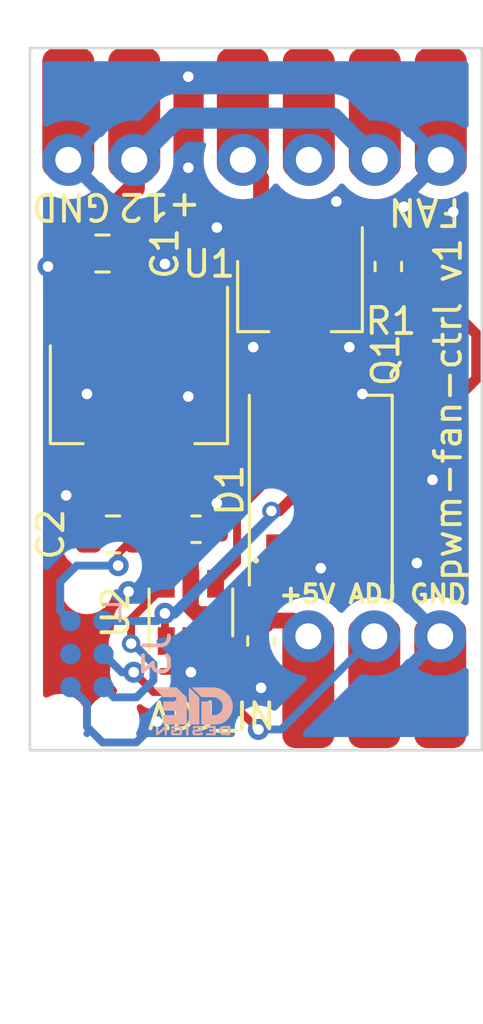
<source format=kicad_pcb>
(kicad_pcb (version 20210925) (generator pcbnew)
  (layers (0 "F.Cu" signal) (31 "B.Cu" signal) (34 "B.Paste" user) (35 "F.Paste" user) (36 "B.SilkS" user "B.Silkscreen") (37 "F.SilkS" user "F.Silkscreen") (38 "B.Mask" user) (39 "F.Mask" user) (44 "Edge.Cuts" user))
  (net 0 "")
  (net 1 "GND")
  (net 2 "+12V")
  (net 3 "+5V")
  (net 4 "/LED_DATA")
  (net 7 "/FAN_PWM_OD")
  (net 8 "/TPIDATA")
  (net 9 "/TPICLK")
  (net 11 "/~{RESET}")
  (footprint "0 - GIE Connectors, Terminal Blocks:conn_edge_PTH_2.54mm_2x5_04" (layer "F.Cu") (at 91.81 53 180)
    (fp_text reference "J2" hide)
    (fp_text value "FAN_OUT")
    (pad "1" smd roundrect locked (at -3.81 -1 180) (size 2 5) (drill (offset 0 1.8)) (layers "F.Cu" "F.Mask") (net 1 "GND"))
    (pad "1" thru_hole circle locked (at -3.81 -1 180) (size 2 2) (drill 1) (layers *.Cu *.Mask) (net 1 "GND"))
    (pad "2" smd roundrect locked (at -1.27 -1 180) (size 2 5) (drill (offset 0 1.8)) (layers "F.Cu" "F.Mask") (net 2 "+12V"))
    (pad "2" thru_hole circle locked (at -1.27 -1 180) (size 2 2) (drill 1) (layers *.Cu *.Mask) (net 2 "+12V"))
    (pad "3" smd roundrect locked (at 1.27 -1 180) (size 2 5) (drill (offset 0 1.8)) (layers "F.Cu" "F.Mask"))
    (pad "3" thru_hole circle locked (at 1.27 -1 180) (size 2 2) (drill 1) (layers *.Cu *.Mask))
    (pad "4" smd roundrect locked (at 3.81 -1 180) (size 2 5) (drill (offset 0 1.8)) (layers "F.Cu" "F.Mask") (net 7 "/FAN_PWM_OD"))
    (pad "4" thru_hole circle locked (at 3.81 -1 180) (size 2 2) (drill 1) (layers *.Cu *.Mask) (net 7 "/FAN_PWM_OD"))
  )
  (footprint "Resistor_SMD:R_0603_1608Metric" (layer "F.Cu") (at 93.6 58.1 90)
    (fp_text reference "R1" (at -2.1 0.1 180) (layer "F.SilkS"))
    (fp_text value "10k")
    (fp_line (start -0.162779 0.51) (end 0.162779 0.51) (layer "F.SilkS") (width 0.12))
    (fp_line (start -0.162779 -0.51) (end 0.162779 -0.51) (layer "F.SilkS") (width 0.12))
    (pad "1" smd roundrect locked (at -0.7875 0 90) (size 0.875 0.95) (layers "F.Cu" "F.Paste" "F.Mask") (net 1 "GND"))
    (pad "2" smd roundrect locked (at 0.7875 0 90) (size 0.875 0.95) (layers "F.Cu" "F.Paste" "F.Mask") (net 8 "/TPIDATA"))
  )
  (footprint "Package_TO_SOT_SMD:SOT-89-3" (layer "F.Cu") (at 90.2 58.825 -90)
    (fp_text reference "Q1" (at 2.875 -3.3 90) (layer "F.SilkS"))
    (fp_text value "NMOS (100V 1.5A 2Vth)")
    (fp_line (start 1.78 2.4) (end -0.92 2.4) (layer "F.SilkS") (width 0.12))
    (fp_line (start -2.22 -2.4) (end 1.78 -2.4) (layer "F.SilkS") (width 0.12))
    (fp_line (start 1.78 1.2) (end 1.78 2.4) (layer "F.SilkS") (width 0.12))
    (fp_line (start 1.78 -2.4) (end 1.78 -1.2) (layer "F.SilkS") (width 0.12))
    (pad "1" smd rect locked (at -1.48 -1.5 180) (size 1 1.5) (layers "F.Cu" "F.Paste" "F.Mask") (net 8 "/TPIDATA"))
    (pad "2" smd rect locked (at 1.3335 0 180) (size 2.2 1.84) (layers "F.Cu" "F.Paste" "F.Mask") (net 1 "GND"))
    (pad "2" smd rect locked (at -1.3335 0 180) (size 1 1.8) (layers "F.Cu" "F.Paste" "F.Mask") (net 1 "GND"))
    (pad "2" smd trapezoid locked (at -0.0762 0) (size 1.5 1) (rect_delta 0 0.7) (layers "F.Cu" "F.Paste" "F.Mask") (net 1 "GND"))
    (pad "2" smd trapezoid locked (at 2.667 0 180) (size 1.6 0.85) (rect_delta 0 0.6) (layers "F.Cu" "F.Paste" "F.Mask") (net 1 "GND"))
    (pad "3" smd rect locked (at -1.48 1.5 180) (size 1 1.5) (layers "F.Cu" "F.Paste" "F.Mask") (net 7 "/FAN_PWM_OD"))
  )
  (footprint "Capacitor_SMD:C_0805_2012Metric" (layer "F.Cu") (at 83 68.4 180)
    (fp_text reference "C2" (at 2.4 0 90) (layer "F.SilkS"))
    (fp_text value "10uF")
    (fp_line (start -0.258578 0.71) (end 0.258578 0.71) (layer "F.SilkS") (width 0.12))
    (fp_line (start -0.258578 -0.71) (end 0.258578 -0.71) (layer "F.SilkS") (width 0.12))
    (pad "1" smd roundrect locked (at -0.9375 0 180) (size 0.975 1.4) (layers "F.Cu" "F.Paste" "F.Mask") (net 3 "+5V"))
    (pad "2" smd roundrect locked (at 0.9375 0 180) (size 0.975 1.4) (layers "F.Cu" "F.Paste" "F.Mask") (net 1 "GND"))
  )
  (footprint "0 - GIE Design Logos:GIEDesign_(3mmx2mm)_B.SilkS" (layer "F.Cu") (at 86 75.2)
    (fp_text reference "G***" hide)
    (fp_text value "LOGO" hide)
    (fp_poly (pts (xy -0.181792 0.91948) (xy -0.094706 0.91948) (xy -0.094706 0.571137) (xy -0.181792 0.571137) (xy -0.181792 0.91948)) (layer "B.SilkS") (width 0.01) (fill solid))
    (fp_poly (pts (xy 0.207129 0.571176) (xy 0.16944 0.571441) (xy 0.142128 0.572152) (xy 0.123127 0.573528) (xy 0.110369 0.575791) (xy 0.101785 0.579161) (xy 0.095308 0.583857) (xy 0.090021 0.58895) (xy 0.074936 0.613132) (xy 0.072208 0.632064) (xy 0.072936 0.648957) (xy 0.077408 0.658635) (xy 0.089059 0.66413) (xy 0.111323 0.668475) (xy 0.113937 0.668909) (xy 0.133169 0.67151) (xy 0.142092 0.669639) (xy 0.144652 0.661546) (xy 0.14478 0.655232) (xy 0.14478 0.636451) (xy 0.362494 0.636451) (xy 0.362494 0.700356) (xy 0.099968 0.705394) (xy 0.081816 0.726504) (xy 0.073514 0.737092) (xy 0.06837 0.747756) (xy 0.065792 0.762001) (xy 0.065189 0.783335) (xy 0.065972 0.815262) (xy 0.066121 0.819685) (xy 0.067133 0.849639) (xy 0.068979 0.872916) (xy 0.073309 0.890357) (xy 0.081771 0.9028) (xy 0.096017 0.911088) (xy 0.117697 0.916061) (xy 0.148459 0.918558) (xy 0.189953 0.91942) (xy 0.243831 0.919488) (xy 0.262028 0.91948) (xy 0.421211 0.91948) (xy 0.439024 0.901667) (xy 0.452784 0.88134) (xy 0.456837 0.854917) (xy 0.456837 0.854836) (xy 0.455722 0.835812) (xy 0.449713 0.825903) (xy 0.434815 0.819738) (xy 0.429622 0.818261) (xy 0.405164 0.812311) (xy 0.39141 0.812012) (xy 0.385428 0.818043) (xy 0.384265 0.828765) (xy 0.384265 0.846908) (xy 0.14478 0.846908) (xy 0.14478 0.781594) (xy 0.251822 0.781421) (xy 0.309368 0.780865) (xy 0.354032 0.778784) (xy 0.387435 0.774243) (xy 0.411199 0.766308) (xy 0.426943 0.754044) (xy 0.43629 0.736517) (xy 0.440859 0.712793) (xy 0.442272 0.681937) (xy 0.442322 0.671603) (xy 0.441973 0.639945) (xy 0.440396 0.61912) (xy 0.4368 0.605455) (xy 0.430393 0.595275) (xy 0.42451 0.58895) (xy 0.418208 0.582978) (xy 0.411525 0.578517) (xy 0.402392 0.575346) (xy 0.388742 0.573245) (xy 0.368508 0.571994) (xy 0.33962 0.571372) (xy 0.300011 0.57116) (xy 0.257265 0.571137) (xy 0.207129 0.571176)) (layer "B.SilkS") (width 0.01) (fill solid))
    (fp_poly (pts (xy 0.594722 0.636451) (xy 0.863237 0.636451) (xy 0.863237 0.701274) (xy 0.785222 0.703334) (xy 0.707208 0.705394) (xy 0.707208 0.770708) (xy 0.785222 0.772768) (xy 0.863237 0.774828) (xy 0.863237 0.846588) (xy 0.727165 0.848562) (xy 0.591094 0.850537) (xy 0.588882 0.885008) (xy 0.58667 0.91948) (xy 0.950322 0.91948) (xy 0.950322 0.571137) (xy 0.594722 0.571137) (xy 0.594722 0.636451)) (layer "B.SilkS") (width 0.01) (fill solid))
    (fp_poly (pts (xy -0.068304 -0.902227) (xy -0.069034 -0.881604) (xy -0.069724 -0.848434) (xy -0.070368 -0.803702) (xy -0.070956 -0.748391) (xy -0.071483 -0.683486) (xy -0.07194 -0.609971) (xy -0.07232 -0.528829) (xy -0.072615 -0.441045) (xy -0.072819 -0.347602) (xy -0.072922 -0.249484) (xy -0.072935 -0.201749) (xy -0.072935 0.505823) (xy 0.318951 0.505823) (xy 0.318951 -0.528423) (xy 0.128401 -0.718872) (xy 0.085111 -0.761998) (xy 0.044984 -0.801704) (xy 0.009184 -0.836858) (xy -0.021123 -0.866327) (xy -0.044771 -0.888978) (xy -0.060596 -0.903679) (xy -0.067433 -0.909297) (xy -0.067542 -0.90932) (xy -0.068304 -0.902227)) (layer "B.SilkS") (width 0.01) (fill solid))
    (fp_poly (pts (xy -0.96664 0.571187) (xy -0.974857 0.572019) (xy -0.983442 0.574657) (xy -0.993861 0.580123) (xy -1.007576 0.589442) (xy -1.026052 0.603636) (xy -1.050753 0.623729) (xy -1.083142 0.650743) (xy -1.124684 0.685703) (xy -1.141482 0.699858) (xy -1.175971 0.728774) (xy -1.206643 0.754214) (xy -1.231796 0.77479) (xy -1.249728 0.789113) (xy -1.258739 0.795794) (xy -1.25941 0.796108) (xy -1.260677 0.789263) (xy -1.261756 0.770371) (xy -1.262568 0.741901) (xy -1.26303 0.70632) (xy -1.263106 0.683623) (xy -1.263106 0.571137) (xy -1.335678 0.571137) (xy -1.335678 0.91948) (xy -1.308463 0.919441) (xy -1.284508 0.915937) (xy -1.26323 0.90748) (xy -1.262065 0.906741) (xy -1.249728 0.897566) (xy -1.229065 0.881094) (xy -1.202244 0.859156) (xy -1.171436 0.833582) (xy -1.138808 0.8062) (xy -1.106531 0.778841) (xy -1.076773 0.753334) (xy -1.051704 0.731508) (xy -1.033492 0.715194) (xy -1.024306 0.70622) (xy -1.024248 0.706151) (xy -1.013613 0.696617) (xy -1.008217 0.694508) (xy -1.006035 0.701354) (xy -1.004175 0.720244) (xy -1.002777 0.748713) (xy -1.00198 0.784293) (xy -1.001849 0.806994) (xy -1.001849 0.91948) (xy -0.929278 0.91948) (xy -0.929278 0.571137) (xy -0.957327 0.571137) (xy -0.96664 0.571187)) (layer "B.SilkS") (width 0.01) (fill solid))
    (fp_poly (pts (xy 1.362165 0.572435) (xy 1.310331 0.57332) (xy 1.27082 0.574345) (xy 1.241441 0.575722) (xy 1.220003 0.577669) (xy 1.204315 0.580398) (xy 1.192186 0.584124) (xy 1.181424 0.589063) (xy 1.178922 0.590388) (xy 1.141543 0.616287) (xy 1.115851 0.648299) (xy 1.100877 0.688206) (xy 1.095649 0.737789) (xy 1.095625 0.743261) (xy 1.100823 0.794134) (xy 1.116528 0.836198) (xy 1.143262 0.871168) (xy 1.157884 0.885027) (xy 1.17163 0.895669) (xy 1.186674 0.90356) (xy 1.205191 0.909167) (xy 1.229356 0.912959) (xy 1.261344 0.915401) (xy 1.303331 0.916961) (xy 1.357492 0.918107) (xy 1.362165 0.918191) (xy 1.51638 0.920923) (xy 1.51638 0.848401) (xy 1.429294 0.848401) (xy 1.340394 0.845599) (xy 1.296912 0.843607) (xy 1.265328 0.840566) (xy 1.243045 0.836118) (xy 1.228031 0.830216) (xy 1.203538 0.809386) (xy 1.187995 0.779952) (xy 1.182234 0.745342) (xy 1.187091 0.708986) (xy 1.194062 0.690587) (xy 1.204678 0.671716) (xy 1.217497 0.658091) (xy 1.235017 0.648786) (xy 1.259733 0.642873) (xy 1.294141 0.639426) (xy 1.336765 0.63763) (xy 1.429294 0.634993) (xy 1.429294 0.848401) (xy 1.51638 0.848401) (xy 1.51638 0.570104) (xy 1.362165 0.572435)) (layer "B.SilkS") (width 0.01) (fill solid))
    (fp_poly (pts (xy -0.600932 0.571329) (xy -0.644473 0.571868) (xy -0.681314 0.572696) (xy -0.709215 0.573756) (xy -0.725939 0.574991) (xy -0.729381 0.575645) (xy -0.742531 0.586363) (xy -0.753312 0.604782) (xy -0.760328 0.626269) (xy -0.762186 0.64619) (xy -0.757493 0.659914) (xy -0.755279 0.661744) (xy -0.744392 0.665083) (xy -0.724552 0.668711) (xy -0.711736 0.670441) (xy -0.690206 0.672467) (xy -0.679384 0.671147) (xy -0.675639 0.665364) (xy -0.675278 0.659233) (xy -0.674807 0.653581) (xy -0.672042 0.6495) (xy -0.664951 0.646734) (xy -0.651502 0.645027) (xy -0.629664 0.644124) (xy -0.597406 0.64377) (xy -0.552695 0.643708) (xy -0.428535 0.643708) (xy -0.428535 0.846908) (xy -0.675278 0.846908) (xy -0.675278 0.782159) (xy -0.548278 0.777965) (xy -0.546036 0.746926) (xy -0.543795 0.715887) (xy -0.651265 0.717897) (xy -0.758735 0.719908) (xy -0.758125 0.806315) (xy -0.758037 0.839633) (xy -0.757242 0.865697) (xy -0.754153 0.885395) (xy -0.747183 0.899612) (xy -0.734747 0.909236) (xy -0.715257 0.915155) (xy -0.687128 0.918254) (xy -0.648773 0.91942) (xy -0.598606 0.919542) (xy -0.555709 0.91948) (xy -0.501555 0.919402) (xy -0.459985 0.919072) (xy -0.429071 0.918344) (xy -0.406884 0.91707) (xy -0.391496 0.915106) (xy -0.380976 0.912305) (xy -0.373397 0.908522) (xy -0.368968 0.905336) (xy -0.362321 0.899548) (xy -0.357435 0.892696) (xy -0.353917 0.882475) (xy -0.351376 0.86658) (xy -0.349418 0.842706) (xy -0.347652 0.808548) (xy -0.346047 0.770673) (xy -0.344405 0.715108) (xy -0.344439 0.670594) (xy -0.346128 0.638325) (xy -0.348744 0.621797) (xy -0.35334 0.60651) (xy -0.359065 0.594654) (xy -0.367674 0.585793) (xy -0.380922 0.579492) (xy -0.400565 0.575315) (xy -0.42836 0.572828) (xy -0.466061 0.571593) (xy -0.515425 0.571176) (xy -0.552927 0.571137) (xy -0.600932 0.571329)) (layer "B.SilkS") (width 0.01) (fill solid))
    (fp_poly (pts (xy 0.496039 -0.915319) (xy 0.441276 -0.915081) (xy 0.044716 -0.912949) (xy 0.22351 -0.73152) (xy 0.402305 -0.550092) (xy 0.667242 -0.546201) (xy 0.736274 -0.545167) (xy 0.792438 -0.544219) (xy 0.837378 -0.543238) (xy 0.872739 -0.542106) (xy 0.900164 -0.540707) (xy 0.9213 -0.53892) (xy 0.937789 -0.536629) (xy 0.951277 -0.533715) (xy 0.963409 -0.530061) (xy 0.975827 -0.525547) (xy 0.980648 -0.523704) (xy 1.048373 -0.491106) (xy 1.10672 -0.449556) (xy 1.154868 -0.40034) (xy 1.191994 -0.344744) (xy 1.217277 -0.284054) (xy 1.229895 -0.219555) (xy 1.229024 -0.152534) (xy 1.227054 -0.138277) (xy 1.210231 -0.07327) (xy 1.182272 -0.013516) (xy 1.144706 0.039293) (xy 1.099062 0.083463) (xy 1.046871 0.117305) (xy 0.989662 0.139125) (xy 0.972918 0.142856) (xy 0.949468 0.145858) (xy 0.916318 0.14827) (xy 0.878275 0.14981) (xy 0.847732 0.150223) (xy 0.761637 0.150223) (xy 0.761637 -0.372292) (xy 0.406037 -0.372292) (xy 0.406037 0.51308) (xy 0.661851 0.512003) (xy 0.725153 0.511595) (xy 0.787092 0.51093) (xy 0.84535 0.510054) (xy 0.897611 0.50901) (xy 0.94156 0.507843) (xy 0.974879 0.506597) (xy 0.990237 0.50573) (xy 1.086284 0.491845) (xy 1.17725 0.464681) (xy 1.262228 0.424865) (xy 1.34031 0.373018) (xy 1.410587 0.309766) (xy 1.472151 0.235731) (xy 1.524096 0.151539) (xy 1.533965 0.13208) (xy 1.558411 0.079198) (xy 1.576229 0.032685) (xy 1.589067 -0.013014) (xy 1.598576 -0.063453) (xy 1.604041 -0.103777) (xy 1.608927 -0.203463) (xy 1.599679 -0.302102) (xy 1.576641 -0.398196) (xy 1.540151 -0.490246) (xy 1.499476 -0.563159) (xy 1.48295 -0.58626) (xy 1.459732 -0.615197) (xy 1.433433 -0.645584) (xy 1.416713 -0.663702) (xy 1.337101 -0.738372) (xy 1.253036 -0.799363) (xy 1.163831 -0.847016) (xy 1.0688 -0.88167) (xy 0.967255 -0.903664) (xy 0.918982 -0.909547) (xy 0.892492 -0.911253) (xy 0.85269 -0.912688) (xy 0.800778 -0.913838) (xy 0.737956 -0.914691) (xy 0.665425 -0.915231) (xy 0.584386 -0.915445) (xy 0.496039 -0.915319)) (layer "B.SilkS") (width 0.01) (fill solid))
    (fp_poly (pts (xy -1.067122 -0.916488) (xy -1.140466 -0.916231) (xy -1.20807 -0.915821) (xy -1.268677 -0.915275) (xy -1.32103 -0.914609) (xy -1.363872 -0.913838) (xy -1.395946 -0.912979) (xy -1.415994 -0.912048) (xy -1.422763 -0.91108) (xy -1.417807 -0.904846) (xy -1.403718 -0.88959) (xy -1.381662 -0.866514) (xy -1.352807 -0.836821) (xy -1.318322 -0.801712) (xy -1.279373 -0.762392) (xy -1.243096 -0.726023) (xy -1.063428 -0.546463) (xy -0.559163 -0.546463) (xy -0.559163 -0.372292) (xy -1.059906 -0.372292) (xy -1.059906 -0.023949) (xy -0.559163 -0.023949) (xy -0.559163 0.150223) (xy -1.059906 0.150223) (xy -1.059906 0.505823) (xy -0.16002 0.505823) (xy -0.16002 -0.520769) (xy -0.357925 -0.718673) (xy -0.555829 -0.916577) (xy -0.989296 -0.916577) (xy -1.067122 -0.916488)) (layer "B.SilkS") (width 0.01) (fill solid))
  )
  (footprint "0 - GIE Connectors, Terminal Blocks:conn_edge_PTH_2.54mm_2x5_03" (layer "F.Cu") (at 93.06 73.32)
    (fp_text reference "J4" hide)
    (fp_text value "ADJ_IN" (at -6.26 2.08 180) (layer "F.SilkS"))
    (pad "1" smd roundrect locked (at -2.54 -1) (size 2 5) (drill (offset 0 1.8)) (layers "F.Cu" "F.Mask") (net 3 "+5V"))
    (pad "1" thru_hole circle locked (at -2.54 -1) (size 2 2) (drill 1) (layers *.Cu *.Mask) (net 3 "+5V"))
    (pad "2" thru_hole circle locked (at 0 -1) (size 2 2) (drill 1) (layers *.Cu *.Mask) (net 9 "/TPICLK"))
    (pad "2" smd roundrect locked (at 0 -1) (size 2 5) (drill (offset 0 1.8)) (layers "F.Cu" "F.Mask") (net 9 "/TPICLK"))
    (pad "3" smd roundrect locked (at 2.54 -1) (size 2 5) (drill (offset 0 1.8)) (layers "F.Cu" "F.Mask") (net 1 "GND"))
    (pad "3" thru_hole circle locked (at 2.54 -1) (size 2 2) (drill 1) (layers *.Cu *.Mask) (net 1 "GND"))
  )
  (footprint "Capacitor_SMD:C_0603_1608Metric" (layer "F.Cu") (at 86.2 68.2)
    (fp_text reference "C3" hide)
    (fp_text value "0.1uF")
    (fp_line (start -0.162779 -0.51) (end 0.162779 -0.51) (layer "F.SilkS") (width 0.12))
    (fp_line (start -0.162779 0.51) (end 0.162779 0.51) (layer "F.SilkS") (width 0.12))
    (pad "1" smd roundrect locked (at -0.7875 0) (size 0.875 0.95) (layers "F.Cu" "F.Paste" "F.Mask") (net 3 "+5V"))
    (pad "2" smd roundrect locked (at 0.7875 0) (size 0.875 0.95) (layers "F.Cu" "F.Paste" "F.Mask") (net 1 "GND"))
  )
  (footprint "Capacitor_SMD:C_0805_2012Metric" (layer "F.Cu") (at 82.6 57.6 180)
    (fp_text reference "C1" (at -2.4 0 270) (layer "F.SilkS"))
    (fp_text value "10uF")
    (fp_line (start -0.258578 -0.71) (end 0.258578 -0.71) (layer "F.SilkS") (width 0.12))
    (fp_line (start -0.258578 0.71) (end 0.258578 0.71) (layer "F.SilkS") (width 0.12))
    (pad "1" smd roundrect locked (at -0.9375 0 180) (size 0.975 1.4) (layers "F.Cu" "F.Paste" "F.Mask") (net 1 "GND"))
    (pad "2" smd roundrect locked (at 0.9375 0 180) (size 0.975 1.4) (layers "F.Cu" "F.Paste" "F.Mask") (net 2 "+12V"))
  )
  (footprint "Capacitor_SMD:C_0603_1608Metric" (layer "F.Cu") (at 88.7 72.5 -90)
    (fp_text reference "C4" hide)
    (fp_text value "0.1uF")
    (fp_line (start -0.162779 0.51) (end 0.162779 0.51) (layer "F.SilkS") (width 0.12))
    (fp_line (start -0.162779 -0.51) (end 0.162779 -0.51) (layer "F.SilkS") (width 0.12))
    (pad "1" smd roundrect locked (at -0.7875 0 270) (size 0.875 0.95) (layers "F.Cu" "F.Paste" "F.Mask") (net 3 "+5V"))
    (pad "2" smd roundrect locked (at 0.7875 0 270) (size 0.875 0.95) (layers "F.Cu" "F.Paste" "F.Mask") (net 1 "GND"))
  )
  (footprint "Package_TO_SOT_SMD:SOT-223-3_TabPin2" (layer "F.Cu") (at 84 63 -90)
    (fp_text reference "U1" (at -5 -2.7 180) (layer "F.SilkS"))
    (fp_text value "NCP1117-5.0_SOT223")
    (fp_line (start -1.85 3.41) (end 1.91 3.41) (layer "F.SilkS") (width 0.12))
    (fp_line (start -4.1 -3.41) (end 1.91 -3.41) (layer "F.SilkS") (width 0.12))
    (fp_line (start 1.91 -3.41) (end 1.91 -2.15) (layer "F.SilkS") (width 0.12))
    (fp_line (start 1.91 3.41) (end 1.91 2.15) (layer "F.SilkS") (width 0.12))
    (pad "1" smd rect locked (at -3.15 -2.3 270) (size 2 1.5) (layers "F.Cu" "F.Paste" "F.Mask") (net 1 "GND"))
    (pad "2" smd rect locked (at 3.15 0 270) (size 2 3.8) (layers "F.Cu" "F.Paste" "F.Mask") (net 3 "+5V"))
    (pad "2" smd rect locked (at -3.15 0 270) (size 2 1.5) (layers "F.Cu" "F.Paste" "F.Mask") (net 3 "+5V"))
    (pad "3" smd rect locked (at -3.15 2.3 270) (size 2 1.5) (layers "F.Cu" "F.Paste" "F.Mask") (net 2 "+12V"))
  )
  (footprint "LED_SMD:LED_WS2812B_PLCC4_5.0x5.0mm_P3.2mm" (layer "F.Cu") (at 91 66.7 90)
    (fp_text reference "D1" (at 0 -3.5 90) (layer "F.SilkS"))
    (fp_text value "WS2812B")
    (fp_text user "." (at -2.7 -2.9 90) (layer "F.SilkS"))
    (fp_line (start -3.65 -2.75) (end 3.65 -2.75) (layer "F.SilkS") (width 0.12))
    (fp_line (start -3.65 2.75) (end 3.65 2.75) (layer "F.SilkS") (width 0.12))
    (fp_line (start 3.65 2.75) (end 3.65 1.6) (layer "F.SilkS") (width 0.12))
    (pad "1" smd rect locked (at -2.45 -1.6 90) (size 1.5 1) (layers "F.Cu" "F.Paste" "F.Mask") (net 3 "+5V"))
    (pad "2" smd rect locked (at -2.45 1.6 90) (size 1.5 1) (layers "F.Cu" "F.Paste" "F.Mask"))
    (pad "3" smd rect locked (at 2.45 1.6 90) (size 1.5 1) (layers "F.Cu" "F.Paste" "F.Mask") (net 1 "GND"))
    (pad "4" smd rect locked (at 2.45 -1.6 90) (size 1.5 1) (layers "F.Cu" "F.Paste" "F.Mask") (net 4 "/LED_DATA"))
  )
  (footprint "Package_TO_SOT_SMD:SOT-23-6" (layer "F.Cu") (at 86 71.4 90)
    (fp_text reference "U2" (at 0 -2.9 90) (layer "F.SilkS"))
    (fp_text value "ATtiny10-TS")
    (fp_line (start 0.9 -1.61) (end -1.55 -1.61) (layer "F.SilkS") (width 0.12))
    (fp_line (start -0.9 1.61) (end 0.9 1.61) (layer "F.SilkS") (width 0.12))
    (pad "1" smd rect locked (at -1.1 -0.95 90) (size 1.06 0.65) (layers "F.Cu" "F.Paste" "F.Mask") (net 8 "/TPIDATA"))
    (pad "2" smd rect locked (at -1.1 0 90) (size 1.06 0.65) (layers "F.Cu" "F.Paste" "F.Mask") (net 1 "GND"))
    (pad "3" smd rect locked (at -1.1 0.95 90) (size 1.06 0.65) (layers "F.Cu" "F.Paste" "F.Mask") (net 9 "/TPICLK"))
    (pad "4" smd rect locked (at 1.1 0.95 90) (size 1.06 0.65) (layers "F.Cu" "F.Paste" "F.Mask") (net 4 "/LED_DATA"))
    (pad "5" smd rect locked (at 1.1 0 90) (size 1.06 0.65) (layers "F.Cu" "F.Paste" "F.Mask") (net 3 "+5V"))
    (pad "6" smd rect locked (at 1.1 -0.95 90) (size 1.06 0.65) (layers "F.Cu" "F.Paste" "F.Mask") (net 11 "/~{RESET}"))
  )
  (footprint "0 - GIE Connectors, Terminal Blocks:conn_edge_PTH_2.54mm_2x5_02" (layer "F.Cu") (at 82.55 53 180)
    (fp_text reference "J1" hide)
    (fp_text value "12V_IN")
    (pad "1" smd roundrect locked (at -1.27 -1 180) (size 2 5) (drill (offset 0 1.8)) (layers "F.Cu" "F.Mask") (net 2 "+12V"))
    (pad "1" thru_hole circle locked (at -1.27 -1 180) (size 2 2) (drill 1) (layers *.Cu *.Mask) (net 2 "+12V"))
    (pad "2" thru_hole circle locked (at 1.27 -1 180) (size 2 2) (drill 1) (layers *.Cu *.Mask) (net 1 "GND"))
    (pad "2" smd roundrect locked (at 1.27 -1 180) (size 2 5) (drill (offset 0 1.8)) (layers "F.Cu" "F.Mask") (net 1 "GND"))
  )
  (footprint "Connector:Tag-Connect_TC2030-IDC-NL_2x03_P1.27mm_Vertical" (layer "B.Cu") (at 82 73 -90)
    (fp_text reference "J3" (at 0 -2.7 90) (layer "B.SilkS") (effects (justify mirror)))
    (fp_text value "Conn_ESP_PROG_1.27mm_TagConnect")
    (fp_line (start -1.27 -1.27) (end -1.905 -1.27) (layer "B.SilkS") (width 0.12))
    (fp_line (start -1.905 -1.27) (end -1.905 -0.635) (layer "B.SilkS") (width 0.12))
    (pad "" np_thru_hole circle locked (at 2.54 -1.016 270) (size 0.9906 0.9906) (drill 0.9906) (layers *.Cu *.Mask))
    (pad "" np_thru_hole circle locked (at -2.54 0 270) (size 0.9906 0.9906) (drill 0.9906) (layers *.Cu *.Mask))
    (pad "" np_thru_hole circle locked (at 2.54 1.016 270) (size 0.9906 0.9906) (drill 0.9906) (layers *.Cu *.Mask))
    (pad "1" connect circle locked (at -1.27 -0.635 270) (size 0.7874 0.7874) (layers "B.Cu" "B.Mask") (net 8 "/TPIDATA"))
    (pad "2" connect circle locked (at -1.27 0.635 270) (size 0.7874 0.7874) (layers "B.Cu" "B.Mask") (net 3 "+5V"))
    (pad "3" connect circle locked (at 0 -0.635 270) (size 0.7874 0.7874) (layers "B.Cu" "B.Mask") (net 9 "/TPICLK"))
    (pad "4" connect circle locked (at 0 0.635 270) (size 0.7874 0.7874) (layers "B.Cu" "B.Mask"))
    (pad "5" connect circle locked (at 1.27 -0.635 270) (size 0.7874 0.7874) (layers "B.Cu" "B.Mask") (net 11 "/~{RESET}"))
    (pad "6" connect circle locked (at 1.27 0.635 270) (size 0.7874 0.7874) (layers "B.Cu" "B.Mask") (net 1 "GND"))
  )
  (gr_rect (start 79.8 49.7) (end 97.2 76.7) (layer "Edge.Cuts") (width 0.1) (fill none))
  (gr_text "GND" (at 81.4 55.8 180) (layer "F.SilkS") (effects (font (size 1 1))))
  (gr_text "FAN" (at 95 56 180) (layer "F.SilkS") (effects (font (size 1 1))))
  (gr_text "+12" (at 84.8 55.8 180) (layer "F.SilkS") (effects (font (size 1 1))))
  (gr_text "pwm-fan-ctrl v1" (at 95.9 63.6 90) (layer "F.SilkS") (effects (font (size 1 1))))
  (gr_text "+5V ADJ GND" (at 93 70.7) (layer "F.SilkS") (effects (font (size 0.7 0.7))))
  (segment (start 92.6 64.25) (end 92.6 63) (width 0.6096) (layer "F.Cu") (net 1))
  (segment (start 86.9875 68.2) (end 87 67.2) (width 0.6096) (layer "F.Cu") (net 1))
  (segment (start 90.2 60.1585) (end 89.4415 60.1585) (width 0.8128) (layer "F.Cu") (net 1))
  (segment (start 86.3 59.3) (end 85 58) (width 0.6096) (layer "F.Cu") (net 1))
  (segment (start 90.2 58.7488) (end 93.4613 58.7488) (width 0.4064) (layer "F.Cu") (net 1))
  (segment (start 84.6 57.6) (end 85 58) (width 0.6096) (layer "F.Cu") (net 1))
  (segment (start 83.5375 57.6) (end 84.6 57.6) (width 0.6096) (layer "F.Cu") (net 1))
  (segment (start 90.2 60.1585) (end 91.0585 60.1585) (width 0.8128) (layer "F.Cu") (net 1))
  (segment (start 86 72.5) (end 86 73.7) (width 0.6096) (layer "F.Cu") (net 1))
  (segment (start 93.4613 58.7488) (end 93.6 58.8875) (width 0.4064) (layer "F.Cu") (net 1))
  (segment (start 89.4415 60.1585) (end 88.4 61.2) (width 0.8128) (layer "F.Cu") (net 1))
  (segment (start 82.0625 68.4) (end 81.2 67.5375) (width 0.8128) (layer "F.Cu") (net 1))
  (segment (start 91.0585 60.1585) (end 92.1 61.2) (width 0.8128) (layer "F.Cu") (net 1))
  (segment (start 88.7 73.2875) (end 88.7 74.3) (width 0.6096) (layer "F.Cu") (net 1))
  (segment (start 86.3 59.85) (end 86.3 59.3) (width 0.6096) (layer "F.Cu") (net 1))
  (segment (start 81.2 67.5375) (end 81.2 66.9) (width 0.8128) (layer "F.Cu") (net 1))
  (via (at 87 67.2) (size 0.8128) (drill 0.4064) (layers "F.Cu" "B.Cu") (net 1))
  (via (at 86 73.7) (size 0.8128) (drill 0.4064) (layers "F.Cu" "B.Cu") (net 1))
  (via (at 88.7 74.3) (size 0.8128) (drill 0.4064) (layers "F.Cu" "B.Cu") (net 1))
  (via (at 91 69.7) (size 0.8128) (drill 0.4064) (layers "F.Cu" "B.Cu") (net 1))
  (via (at 87 56.6) (size 0.8128) (drill 0.4064) (layers "F.Cu" "B.Cu") (net 1))
  (via (at 96.1 56) (size 0.8128) (drill 0.4064) (layers "F.Cu" "B.Cu") (net 1))
  (via (at 95.3 66.3) (size 0.8128) (drill 0.4064) (layers "F.Cu" "B.Cu") (net 1))
  (via (at 85.9 63.1) (size 0.8128) (drill 0.4064) (layers "F.Cu" "B.Cu") (net 1))
  (via (at 94.7 69.5) (size 0.8128) (drill 0.4064) (layers "F.Cu" "B.Cu") (net 1))
  (via (at 88.4 61.2) (size 0.8128) (drill 0.4064) (layers "F.Cu" "B.Cu") (net 1))
  (via (at 85 58) (size 0.8128) (drill 0.4064) (layers "F.Cu" "B.Cu") (net 1))
  (via (at 92.6 63) (size 0.8128) (drill 0.4064) (layers "F.Cu" "B.Cu") (net 1))
  (via (at 81.2 66.9) (size 0.8128) (drill 0.4064) (layers "F.Cu" "B.Cu") (net 1))
  (via (at 82 63) (size 0.8128) (drill 0.4064) (layers "F.Cu" "B.Cu") (net 1))
  (via (at 85.9 54.3) (size 0.8128) (drill 0.4064) (layers "F.Cu" "B.Cu") (net 1))
  (via (at 92.1 61.2) (size 0.8128) (drill 0.4064) (layers "F.Cu" "B.Cu") (net 1))
  (via (at 94.2 55.8) (size 0.8128) (drill 0.4064) (layers "F.Cu" "B.Cu") (net 1))
  (via (at 91.6 55.6) (size 0.8128) (drill 0.4064) (layers "F.Cu" "B.Cu") (net 1))
  (via (at 84.7 75.6) (size 0.8128) (drill 0.4064) (layers "F.Cu" "B.Cu") (net 1))
  (via (at 80.5 58.1) (size 0.8128) (drill 0.4064) (layers "F.Cu" "B.Cu") (net 1))
  (via (at 83.6 70.6) (size 0.8128) (drill 0.4064) (layers "F.Cu" "B.Cu") (net 1))
  (via (at 85.9 50.8) (size 0.8128) (drill 0.4064) (layers "F.Cu" "B.Cu") (net 1))
  (segment (start 82.6 76.4) (end 83.9 76.4) (width 0.3048) (layer "B.Cu") (net 1))
  (segment (start 82 75.8) (end 82.6 76.4) (width 0.3048) (layer "B.Cu") (net 1))
  (segment (start 81.365 74.27) (end 82 74.905) (width 0.3048) (layer "B.Cu") (net 1))
  (segment (start 83.9 76.4) (end 84.7 75.6) (width 0.3048) (layer "B.Cu") (net 1))
  (segment (start 82 74.905) (end 82 75.8) (width 0.3048) (layer "B.Cu") (net 1))
  (segment (start 83.82 54) (end 83.82 55.08) (width 0.8128) (layer "F.Cu") (net 2))
  (segment (start 81.6625 57.2375) (end 81.6625 57.6) (width 0.8128) (layer "F.Cu") (net 2))
  (segment (start 81.6625 57.6) (end 81.6625 59.8125) (width 0.8128) (layer "F.Cu") (net 2))
  (segment (start 81.6625 59.8125) (end 81.7 59.85) (width 0.8128) (layer "F.Cu") (net 2))
  (segment (start 83.82 55.08) (end 81.6625 57.2375) (width 0.8128) (layer "F.Cu") (net 2))
  (segment (start 91.474089 52.394089) (end 93.08 54) (width 0.8128) (layer "B.Cu") (net 2))
  (segment (start 83.82 54) (end 85.425911 52.394089) (width 0.8128) (layer "B.Cu") (net 2))
  (segment (start 85.425911 52.394089) (end 91.474089 52.394089) (width 0.8128) (layer "B.Cu") (net 2))
  (segment (start 83.2 69.1375) (end 83.9375 68.4) (width 0.3048) (layer "F.Cu") (net 3))
  (segment (start 84 66.7875) (end 85.4125 68.2) (width 0.6096) (layer "F.Cu") (net 3))
  (segment (start 88.7 71.7125) (end 89.9125 71.7125) (width 0.6096) (layer "F.Cu") (net 3))
  (segment (start 84 68.3375) (end 83.9375 68.4) (width 0.6096) (layer "F.Cu") (net 3))
  (segment (start 84 66.15) (end 84 68.3375) (width 0.6096) (layer "F.Cu") (net 3))
  (segment (start 86 70.3) (end 86 68.7875) (width 0.6096) (layer "F.Cu") (net 3))
  (segment (start 89.9125 71.7125) (end 90.52 72.32) (width 0.6096) (layer "F.Cu") (net 3))
  (segment (start 88.7 71.7125) (end 88.7 69.85) (width 0.6096) (layer "F.Cu") (net 3))
  (segment (start 86.252067 71.465689) (end 88.453189 71.465689) (width 0.6096) (layer "F.Cu") (net 3))
  (segment (start 88.453189 71.465689) (end 88.7 71.7125) (width 0.6096) (layer "F.Cu") (net 3))
  (segment (start 84 59.85) (end 84 66.15) (width 0.6096) (layer "F.Cu") (net 3))
  (segment (start 86 71.213622) (end 86.252067 71.465689) (width 0.6096) (layer "F.Cu") (net 3))
  (segment (start 88.7 69.85) (end 89.4 69.15) (width 0.6096) (layer "F.Cu") (net 3))
  (segment (start 83.2 69.6) (end 83.2 69.1375) (width 0.3048) (layer "F.Cu") (net 3))
  (segment (start 86 70.3) (end 86 71.213622) (width 0.6096) (layer "F.Cu") (net 3))
  (segment (start 84 66.15) (end 84 66.7875) (width 0.6096) (layer "F.Cu") (net 3))
  (segment (start 86 68.7875) (end 85.4125 68.2) (width 0.6096) (layer "F.Cu") (net 3))
  (via (at 83.2 69.6) (size 0.8128) (drill 0.4064) (layers "F.Cu" "B.Cu") (net 3))
  (segment (start 81.365 71.73) (end 80.971301 71.336301) (width 0.3048) (layer "B.Cu") (net 3))
  (segment (start 81.6 69.6) (end 83.2 69.6) (width 0.3048) (layer "B.Cu") (net 3))
  (segment (start 80.971301 71.336301) (end 80.971301 70.228699) (width 0.3048) (layer "B.Cu") (net 3))
  (segment (start 80.971301 70.228699) (end 81.6 69.6) (width 0.3048) (layer "B.Cu") (net 3))
  (segment (start 87.77692 67.52308) (end 89.4 65.9) (width 0.3048) (layer "F.Cu") (net 4))
  (segment (start 89.4 65.9) (end 89.4 64.25) (width 0.3048) (layer "F.Cu") (net 4))
  (segment (start 87.77692 69.47308) (end 87.77692 67.52308) (width 0.3048) (layer "F.Cu") (net 4))
  (segment (start 86.95 70.3) (end 87.77692 69.47308) (width 0.3048) (layer "F.Cu") (net 4))
  (segment (start 88.7 54.7) (end 88 54) (width 0.6096) (layer "F.Cu") (net 7))
  (segment (start 88.7 57.345) (end 88.7 54.7) (width 0.6096) (layer "F.Cu") (net 7))
  (segment (start 85 71.435902) (end 85 72.45) (width 0.3048) (layer "F.Cu") (net 8))
  (segment (start 93.5675 57.345) (end 93.6 57.3125) (width 0.4064) (layer "F.Cu") (net 8))
  (segment (start 89.4 67.5) (end 90 66.9) (width 0.4064) (layer "F.Cu") (net 8))
  (segment (start 92.505422 66.9) (end 96.99678 62.408642) (width 0.4064) (layer "F.Cu") (net 8))
  (segment (start 96.99678 62.408642) (end 96.99678 60.70928) (width 0.4064) (layer "F.Cu") (net 8))
  (segment (start 89.1 67.5) (end 89.4 67.5) (width 0.4064) (layer "F.Cu") (net 8))
  (segment (start 96.99678 60.70928) (end 93.6 57.3125) (width 0.4064) (layer "F.Cu") (net 8))
  (segment (start 90 66.9) (end 92.505422 66.9) (width 0.4064) (layer "F.Cu") (net 8))
  (segment (start 91.7 57.345) (end 93.5675 57.345) (width 0.4064) (layer "F.Cu") (net 8))
  (segment (start 85 72.45) (end 85.05 72.5) (width 0.3048) (layer "F.Cu") (net 8))
  (via (at 89.1 67.5) (size 0.7112) (drill 0.4064) (layers "F.Cu" "B.Cu") (net 8))
  (via (at 85 71.435902) (size 0.8128) (drill 0.4064) (layers "F.Cu" "B.Cu") (net 8))
  (segment (start 84.705902 71.73) (end 82.635 71.73) (width 0.3048) (layer "B.Cu") (net 8))
  (segment (start 85.364098 71.435902) (end 85 71.435902) (width 0.4064) (layer "B.Cu") (net 8))
  (segment (start 85 71.435902) (end 84.705902 71.73) (width 0.3048) (layer "B.Cu") (net 8))
  (segment (start 89.1 67.7) (end 85.364098 71.435902) (width 0.4064) (layer "B.Cu") (net 8))
  (segment (start 89.1 67.5) (end 89.1 67.7) (width 0.4064) (layer "B.Cu") (net 8))
  (segment (start 86.95 74.25) (end 88.6 75.9) (width 0.3048) (layer "F.Cu") (net 9))
  (segment (start 86.95 72.5) (end 86.95 73.822415) (width 0.3048) (layer "F.Cu") (net 9))
  (segment (start 84.558311 74.458311) (end 83.8 73.7) (width 0.3048) (layer "F.Cu") (net 9))
  (segment (start 86.95 73.822415) (end 86.314104 74.458311) (width 0.3048) (layer "F.Cu") (net 9))
  (segment (start 86.314104 74.458311) (end 84.558311 74.458311) (width 0.3048) (layer "F.Cu") (net 9))
  (segment (start 86.95 72.5) (end 86.95 74.25) (width 0.3048) (layer "F.Cu") (net 9))
  (via (at 88.6 75.9) (size 0.8128) (drill 0.4064) (layers "F.Cu" "B.Cu") (net 9))
  (via (at 83.8 73.7) (size 0.8128) (drill 0.4064) (layers "F.Cu" "B.Cu") (net 9))
  (segment (start 83.335 73.7) (end 82.635 73) (width 0.3048) (layer "B.Cu") (net 9))
  (segment (start 83.8 73.7) (end 83.335 73.7) (width 0.3048) (layer "B.Cu") (net 9))
  (segment (start 88.6 75.9) (end 89.48 75.9) (width 0.3048) (layer "B.Cu") (net 9))
  (segment (start 89.48 75.9) (end 93.06 72.32) (width 0.3048) (layer "B.Cu") (net 9))
  (segment (start 83.7 72.6) (end 83.7 71.65) (width 0.3048) (layer "F.Cu") (net 11))
  (segment (start 83.7 71.65) (end 85.05 70.3) (width 0.3048) (layer "F.Cu") (net 11))
  (via (at 83.7 72.6) (size 0.7112) (drill 0.4064) (layers "F.Cu" "B.Cu") (net 11))
  (segment (start 83.772415 72.6) (end 83.7 72.6) (width 0.3048) (layer "B.Cu") (net 11))
  (segment (start 84.558311 74.014104) (end 84.558311 73.385896) (width 0.3048) (layer "B.Cu") (net 11))
  (segment (start 84.558311 73.385896) (end 83.772415 72.6) (width 0.3048) (layer "B.Cu") (net 11))
  (segment (start 82.635 74.27) (end 83.028699 74.663699) (width 0.3048) (layer "B.Cu") (net 11))
  (segment (start 83.028699 74.663699) (end 83.908716 74.663699) (width 0.3048) (layer "B.Cu") (net 11))
  (segment (start 83.908716 74.663699) (end 84.558311 74.014104) (width 0.3048) (layer "B.Cu") (net 11))
  (zone (net 1) (net_name "GND") (layer "F.Cu") (connect_pads (clearance 0.508)) (min_thickness 0.254) (fill yes (thermal_gap 0.508) (thermal_bridge_width 0.508))
    (polygon (pts (xy 97.2 76.6) (xy 79.8 76.6) (xy 79.8 49.7) (xy 97.2 49.7)))
  )
  (zone (net 1) (net_name "GND") (layer "B.Cu") (connect_pads (clearance 0.508)) (min_thickness 0.254) (fill yes (thermal_gap 0.508) (thermal_bridge_width 0.508))
    (polygon (pts (xy 97.2 76.6) (xy 79.8 76.6) (xy 79.8 49.8) (xy 97.2 49.8)))
  )
)
</source>
